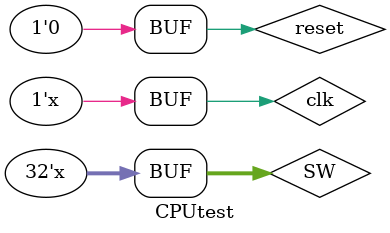
<source format=v>
`timescale 1ns / 1ps


module CPUtest;

	// Inputs
	reg clk;
	reg reset;
	reg [31:0] SW;

	// Outputs
	wire [31:0] LED;

	// Instantiate the Unit Under Test (UUT)
	CPU uut (
		.clk(clk), 
		.reset(reset), 
		.SW(SW), 
		.LED(LED)
	);

	initial begin
		// Initialize Inputs
		clk = 0;
		reset = 0;
		SW = 0;

		// Wait 100 ns for global reset to finish
		#100;
        
		// Add stimulus here
		reset = 1;
		clk = 1;		
		#50;
		reset = 0;
		clk = 0;		
	end
      
always begin
	#10000;
	SW = SW + 1;
end		
		
always begin
	#200;
	clk = !clk;
end		
		
endmodule


</source>
